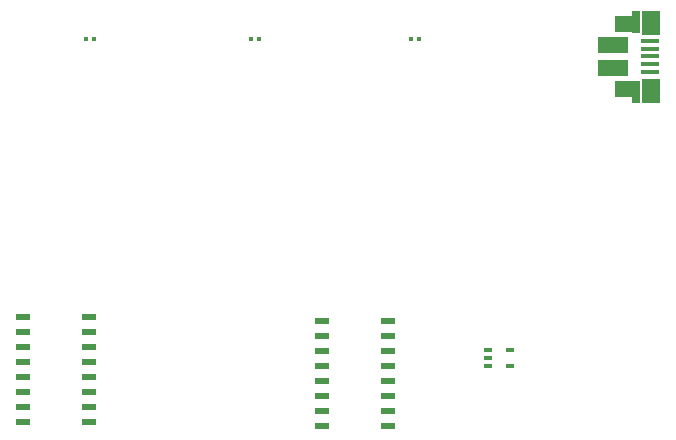
<source format=gbr>
%TF.GenerationSoftware,KiCad,Pcbnew,9.0.1*%
%TF.CreationDate,2025-05-07T13:52:14+02:00*%
%TF.ProjectId,HelioHeat,48656c69-6f48-4656-9174-2e6b69636164,rev?*%
%TF.SameCoordinates,Original*%
%TF.FileFunction,Paste,Top*%
%TF.FilePolarity,Positive*%
%FSLAX46Y46*%
G04 Gerber Fmt 4.6, Leading zero omitted, Abs format (unit mm)*
G04 Created by KiCad (PCBNEW 9.0.1) date 2025-05-07 13:52:14*
%MOMM*%
%LPD*%
G01*
G04 APERTURE LIST*
G04 Aperture macros list*
%AMRoundRect*
0 Rectangle with rounded corners*
0 $1 Rounding radius*
0 $2 $3 $4 $5 $6 $7 $8 $9 X,Y pos of 4 corners*
0 Add a 4 corners polygon primitive as box body*
4,1,4,$2,$3,$4,$5,$6,$7,$8,$9,$2,$3,0*
0 Add four circle primitives for the rounded corners*
1,1,$1+$1,$2,$3*
1,1,$1+$1,$4,$5*
1,1,$1+$1,$6,$7*
1,1,$1+$1,$8,$9*
0 Add four rect primitives between the rounded corners*
20,1,$1+$1,$2,$3,$4,$5,0*
20,1,$1+$1,$4,$5,$6,$7,0*
20,1,$1+$1,$6,$7,$8,$9,0*
20,1,$1+$1,$8,$9,$2,$3,0*%
G04 Aperture macros list end*
%ADD10R,1.200000X0.600000*%
%ADD11RoundRect,0.079500X-0.079500X-0.100500X0.079500X-0.100500X0.079500X0.100500X-0.079500X0.100500X0*%
%ADD12R,1.650000X0.400000*%
%ADD13R,0.700000X1.825000*%
%ADD14R,1.500000X2.000000*%
%ADD15R,2.000000X1.350000*%
%ADD16R,2.500000X1.430000*%
%ADD17RoundRect,0.100000X-0.225000X-0.100000X0.225000X-0.100000X0.225000X0.100000X-0.225000X0.100000X0*%
G04 APERTURE END LIST*
D10*
%TO.C,U6*%
X112600000Y-60270000D03*
X112600000Y-59000000D03*
X112600000Y-57730000D03*
X112600000Y-56460000D03*
X112600000Y-55190000D03*
X112600000Y-53920000D03*
X112600000Y-52650000D03*
X112600000Y-51380000D03*
X107000000Y-51380000D03*
X107000000Y-52650000D03*
X107000000Y-53920000D03*
X107000000Y-55190000D03*
X107000000Y-56460000D03*
X107000000Y-57730000D03*
X107000000Y-59000000D03*
X107000000Y-60270000D03*
%TD*%
D11*
%TO.C,R3*%
X114500000Y-27500000D03*
X115190000Y-27500000D03*
%TD*%
D12*
%TO.C,J1*%
X134765000Y-27675000D03*
X134765000Y-28325000D03*
X134765000Y-28975000D03*
X134765000Y-29625000D03*
X134765000Y-30275000D03*
D13*
X133565000Y-26025000D03*
D14*
X134865000Y-26125000D03*
D15*
X132815000Y-26245000D03*
D16*
X131615000Y-28015000D03*
X131615000Y-29935000D03*
D15*
X132815000Y-31725000D03*
D14*
X134885000Y-31875000D03*
D13*
X133565000Y-31975000D03*
%TD*%
D17*
%TO.C,U7*%
X121050000Y-53850000D03*
X121050000Y-54500000D03*
X121050000Y-55150000D03*
X122950000Y-55150000D03*
X122950000Y-53850000D03*
%TD*%
D11*
%TO.C,R1*%
X87000000Y-27500000D03*
X87690000Y-27500000D03*
%TD*%
D10*
%TO.C,U5*%
X87300000Y-59945000D03*
X87300000Y-58675000D03*
X87300000Y-57405000D03*
X87300000Y-56135000D03*
X87300000Y-54865000D03*
X87300000Y-53595000D03*
X87300000Y-52325000D03*
X87300000Y-51055000D03*
X81700000Y-51055000D03*
X81700000Y-52325000D03*
X81700000Y-53595000D03*
X81700000Y-54865000D03*
X81700000Y-56135000D03*
X81700000Y-57405000D03*
X81700000Y-58675000D03*
X81700000Y-59945000D03*
%TD*%
D11*
%TO.C,R2*%
X101000000Y-27500000D03*
X101690000Y-27500000D03*
%TD*%
M02*

</source>
